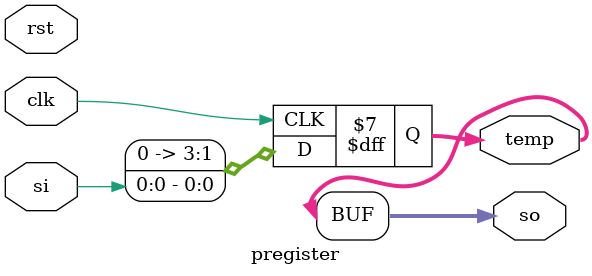
<source format=v>
module pregister(
    input clk,si,rst,
    output [3:0] so,
    output reg[3:0]temp
    );
    always@(posedge clk)
    begin 
    if(rst==0)
        temp=4'b0000;
    else
    temp <=temp<<1;
    temp <=si;
    end
        assign so=temp;
endmodule

</source>
